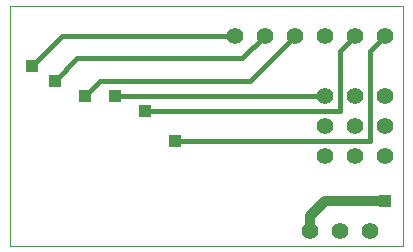
<source format=gbl>
G75*
%MOIN*%
%OFA0B0*%
%FSLAX25Y25*%
%IPPOS*%
%LPD*%
%AMOC8*
5,1,8,0,0,1.08239X$1,22.5*
%
%ADD10C,0.00000*%
%ADD11C,0.05600*%
%ADD12R,0.03962X0.03962*%
%ADD13C,0.03200*%
%ADD14C,0.01600*%
D10*
X0036368Y0001000D02*
X0036368Y0080961D01*
X0167569Y0080961D01*
X0167569Y0001000D01*
X0036368Y0001000D01*
D11*
X0136368Y0006000D03*
X0146368Y0006000D03*
X0156368Y0006000D03*
X0151368Y0031000D03*
X0141368Y0031000D03*
X0161368Y0031000D03*
X0161368Y0041000D03*
X0151368Y0041000D03*
X0141368Y0041000D03*
X0141368Y0051000D03*
X0151368Y0051000D03*
X0161368Y0051000D03*
X0161368Y0071000D03*
X0151368Y0071000D03*
X0141368Y0071000D03*
X0131368Y0071000D03*
X0121368Y0071000D03*
X0111368Y0071000D03*
D12*
X0141368Y0071000D03*
X0081368Y0046000D03*
X0071368Y0051000D03*
X0061368Y0051000D03*
X0051368Y0056000D03*
X0043868Y0061000D03*
X0091368Y0036000D03*
X0161368Y0016000D03*
D13*
X0141368Y0016000D01*
X0136368Y0011000D01*
X0136368Y0006000D01*
D14*
X0156368Y0036000D02*
X0091368Y0036000D01*
X0081368Y0046000D02*
X0146368Y0046000D01*
X0146368Y0066000D01*
X0151368Y0071000D01*
X0156368Y0066000D02*
X0156368Y0036000D01*
X0141368Y0051000D02*
X0071368Y0051000D01*
X0066368Y0056000D02*
X0061368Y0051000D01*
X0066368Y0056000D02*
X0116368Y0056000D01*
X0131368Y0071000D01*
X0121368Y0071000D02*
X0113868Y0063500D01*
X0058868Y0063500D01*
X0051368Y0056000D01*
X0043868Y0061000D02*
X0053868Y0071000D01*
X0111368Y0071000D01*
X0156368Y0066000D02*
X0161368Y0071000D01*
M02*

</source>
